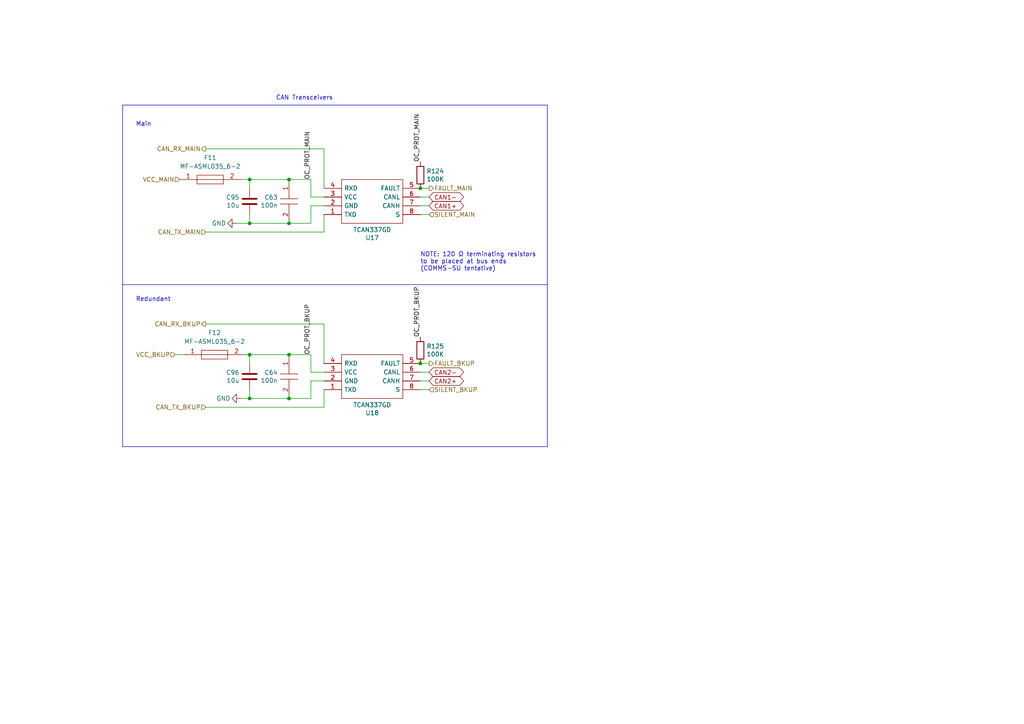
<source format=kicad_sch>
(kicad_sch (version 20231120) (generator "eeschema") (generator_version "8.0")
  (paper "A4")
  (lib_symbols
    (symbol "Device:C" (pin_numbers hide) (pin_names (offset 0.254))
      (property "Reference" "C" (at 0.635 2.54 0))
      (property "Value" "C" (at 0.635 -2.54 0))
      (symbol "C_0_1"
        (polyline (pts (xy -2.032 -0.762) (xy 2.032 -0.762)) (stroke (width 0.508)))
        (polyline (pts (xy -2.032 0.762) (xy 2.032 0.762)) (stroke (width 0.508)))
      )
      (symbol "C_1_1"
        (pin passive line (at 0 3.81 270) (length 2.794) (name "~") (number "1"))
        (pin passive line (at 0 -3.81 90) (length 2.794) (name "~") (number "2"))
      )
    )
    (symbol "Device:R" (pin_numbers hide) (pin_names (offset 0))
      (property "Reference" "R" (at 2.032 0 90))
      (property "Value" "R" (at 0 0 90))
      (symbol "R_0_1"
        (rectangle (start -1.016 -2.54) (end 1.016 2.54) (stroke (width 0.254)))
      )
      (symbol "R_1_1"
        (pin passive line (at 0 3.81 270) (length 1.27) (name "~") (number "1"))
        (pin passive line (at 0 -3.81 90) (length 1.27) (name "~") (number "2"))
      )
    )
    (symbol "MISC:MF-ASML035_6-2" (pin_names (offset 0.762))
      (property "Reference" "F" (at 13.97 6.35 0))
      (property "Value" "MF-ASML035_6-2" (at 13.97 3.81 0))
      (symbol "MF-ASML035_6-2_0_0"
        (pin passive line (at 0 0 0) (length 5.08) (name "~") (number "1"))
        (pin passive line (at 17.78 0 180) (length 5.08) (name "~") (number "2"))
      )
      (symbol "MF-ASML035_6-2_0_1"
        (polyline (pts (xy 5.08 0) (xy 12.7 0)) (stroke (width 0.1524)))
        (polyline (pts (xy 5.08 1.27) (xy 12.7 1.27) (xy 12.7 -1.27) (xy 5.08 -1.27) (xy 5.08 1.27)) (stroke (width 0.1524)))
      )
    )
    (symbol "MISC:TCAN337GD" (pin_names (offset 0.762))
      (property "Reference" "U" (at 24.13 7.62 0))
      (property "Value" "TCAN337GD" (at 24.13 5.08 0))
      (symbol "TCAN337GD_0_0"
        (pin passive line (at 0 0 0) (length 5.08) (name "TXD") (number "1"))
        (pin passive line (at 0 -2.54 0) (length 5.08) (name "GND") (number "2"))
        (pin passive line (at 0 -5.08 0) (length 5.08) (name "VCC") (number "3"))
        (pin passive line (at 0 -7.62 0) (length 5.08) (name "RXD") (number "4"))
        (pin passive line (at 27.94 -7.62 180) (length 5.08) (name "FAULT") (number "5"))
        (pin passive line (at 27.94 -5.08 180) (length 5.08) (name "CANL") (number "6"))
        (pin passive line (at 27.94 -2.54 180) (length 5.08) (name "CANH") (number "7"))
        (pin passive line (at 27.94 0 180) (length 5.08) (name "S") (number "8"))
      )
      (symbol "TCAN337GD_0_1"
        (polyline (pts (xy 5.08 2.54) (xy 22.86 2.54) (xy 22.86 -10.16) (xy 5.08 -10.16) (xy 5.08 2.54)) (stroke (width 0.1524)))
      )
    )
    (symbol "OBC_PASSIVE:GCM155R71H104KE02J" (pin_names (offset 0.762))
      (property "Reference" "C" (at 8.89 6.35 0))
      (property "Value" "GCM155R71H104KE02J" (at 8.89 3.81 0))
      (symbol "GCM155R71H104KE02J_0_0"
        (pin passive line (at 0 0 0) (length 5.08) (name "~") (number "1"))
        (pin passive line (at 12.7 0 180) (length 5.08) (name "~") (number "2"))
      )
      (symbol "GCM155R71H104KE02J_0_1"
        (polyline (pts (xy 5.08 0) (xy 5.588 0)) (stroke (width 0.1524)))
        (polyline (pts (xy 5.588 2.54) (xy 5.588 -2.54)) (stroke (width 0.1524)))
        (polyline (pts (xy 7.112 0) (xy 7.62 0)) (stroke (width 0.1524)))
        (polyline (pts (xy 7.112 2.54) (xy 7.112 -2.54)) (stroke (width 0.1524)))
      )
    )
    (symbol "power:GND" (power) (pin_names (offset 0))
      (property "Value" "GND" (at 0 -3.81 0))
      (symbol "GND_0_1"
        (polyline (pts (xy 0 0) (xy 0 -1.27) (xy 1.27 -1.27) (xy 0 -2.54) (xy -1.27 -1.27) (xy 0 -1.27)))
      )
      (symbol "GND_1_1"
        (pin power_in line (at 0 0 270) (length 0) hide (name "GND") (number "1"))
      )
    )
  )
  (junction (at 83.82 115.57))
  (junction (at 83.82 102.87))
  (junction (at 72.39 115.57))
  (junction (at 83.82 64.77))
  (junction (at 72.39 52.07))
  (junction (at 72.39 102.87))
  (junction (at 121.92 54.61))
  (junction (at 83.82 52.07))
  (junction (at 121.92 105.41))
  (junction (at 72.39 64.77))
  (wire (pts (xy 121.92 107.95) (xy 124.46 107.95)))
  (wire (pts (xy 121.92 59.69) (xy 124.46 59.69)))
  (wire (pts (xy 90.17 102.87) (xy 83.82 102.87)))
  (wire (pts (xy 93.98 43.18) (xy 93.98 54.61)))
  (wire (pts (xy 90.17 110.49) (xy 90.17 115.57)))
  (wire (pts (xy 69.85 52.07) (xy 72.39 52.07)))
  (wire (pts (xy 59.69 118.11) (xy 93.98 118.11)))
  (polyline (pts (xy 158.75 30.48) (xy 158.75 129.54)))
  (wire (pts (xy 93.98 93.98) (xy 93.98 105.41)))
  (wire (pts (xy 72.39 113.03) (xy 72.39 115.57)))
  (wire (pts (xy 124.46 62.23) (xy 121.92 62.23)))
  (wire (pts (xy 71.12 102.87) (xy 72.39 102.87)))
  (wire (pts (xy 59.69 93.98) (xy 93.98 93.98)))
  (wire (pts (xy 50.8 102.87) (xy 53.34 102.87)))
  (wire (pts (xy 72.39 62.23) (xy 72.39 64.77)))
  (wire (pts (xy 93.98 59.69) (xy 90.17 59.69)))
  (wire (pts (xy 124.46 113.03) (xy 121.92 113.03)))
  (wire (pts (xy 90.17 64.77) (xy 83.82 64.77)))
  (wire (pts (xy 121.92 110.49) (xy 124.46 110.49)))
  (wire (pts (xy 93.98 107.95) (xy 90.17 107.95)))
  (wire (pts (xy 72.39 102.87) (xy 72.39 105.41)))
  (wire (pts (xy 59.69 43.18) (xy 93.98 43.18)))
  (wire (pts (xy 93.98 57.15) (xy 90.17 57.15)))
  (polyline (pts (xy 35.56 30.48) (xy 158.75 30.48)))
  (polyline (pts (xy 35.56 82.55) (xy 158.75 82.55)))
  (wire (pts (xy 124.46 105.41) (xy 121.92 105.41)))
  (wire (pts (xy 90.17 107.95) (xy 90.17 102.87)))
  (polyline (pts (xy 158.75 129.54) (xy 35.56 129.54)))
  (wire (pts (xy 90.17 115.57) (xy 83.82 115.57)))
  (wire (pts (xy 72.39 52.07) (xy 72.39 54.61)))
  (wire (pts (xy 72.39 115.57) (xy 69.85 115.57)))
  (wire (pts (xy 83.82 64.77) (xy 72.39 64.77)))
  (wire (pts (xy 83.82 115.57) (xy 72.39 115.57)))
  (wire (pts (xy 72.39 52.07) (xy 83.82 52.07)))
  (polyline (pts (xy 35.56 30.48) (xy 35.56 129.54)))
  (wire (pts (xy 90.17 59.69) (xy 90.17 64.77)))
  (wire (pts (xy 90.17 57.15) (xy 90.17 52.07)))
  (wire (pts (xy 72.39 102.87) (xy 83.82 102.87)))
  (wire (pts (xy 93.98 118.11) (xy 93.98 113.03)))
  (wire (pts (xy 121.92 57.15) (xy 124.46 57.15)))
  (wire (pts (xy 72.39 64.77) (xy 68.58 64.77)))
  (wire (pts (xy 124.46 54.61) (xy 121.92 54.61)))
  (wire (pts (xy 90.17 52.07) (xy 83.82 52.07)))
  (wire (pts (xy 93.98 67.31) (xy 93.98 62.23)))
  (wire (pts (xy 93.98 110.49) (xy 90.17 110.49)))
  (wire (pts (xy 59.69 67.31) (xy 93.98 67.31)))
  (text "Redundant" (at 39.37 87.63 0) (effects (font (size 1.27 1.27)) (justify left bottom)))
  (text "NOTE: 120 Ω terminating resistors\nto be placed at bus ends\n(COMMS-SU tentative)" (at 121.92 78.74 0) (effects (font (size 1.27 1.27)) (justify left bottom)))
  (text "Main" (at 39.37 36.83 0) (effects (font (size 1.27 1.27)) (justify left bottom)))
  (text "CAN Transceivers" (at 80.01 29.21 0) (effects (font (size 1.27 1.27)) (justify left bottom)))
  (label "OC_PROT_MAIN" (at 90.17 52.07 90))
  (label "OC_PROT_BKUP" (at 121.92 97.79 90))
  (label "OC_PROT_BKUP" (at 90.17 102.87 90))
  (label "OC_PROT_MAIN" (at 121.92 46.99 90))
  (global_label "CAN1-" (shape bidirectional) (at 124.46 57.15 0) (property "Intersheetrefs" "${INTERSHEET_REFS}" (effects (hide yes))))
  (global_label "CAN2-" (shape bidirectional) (at 124.46 107.95 0) (property "Intersheetrefs" "${INTERSHEET_REFS}" (effects (hide yes))))
  (global_label "CAN1+" (shape bidirectional) (at 124.46 59.69 0) (property "Intersheetrefs" "${INTERSHEET_REFS}" (effects (hide yes))))
  (global_label "CAN2+" (shape bidirectional) (at 124.46 110.49 0) (property "Intersheetrefs" "${INTERSHEET_REFS}" (effects (hide yes))))
  (hierarchical_label "SILENT_MAIN" (shape input) (at 124.46 62.23 0))
  (hierarchical_label "CAN_TX_MAIN" (shape input) (at 59.69 67.31 180))
  (hierarchical_label "VCC_MAIN" (shape input) (at 52.07 52.07 180))
  (hierarchical_label "VCC_BKUP" (shape input) (at 50.8 102.87 180))
  (hierarchical_label "CAN_RX_MAIN" (shape output) (at 59.69 43.18 180))
  (hierarchical_label "FAULT_BKUP" (shape output) (at 124.46 105.41 0))
  (hierarchical_label "CAN_RX_BKUP" (shape output) (at 59.69 93.98 180))
  (hierarchical_label "SILENT_BKUP" (shape input) (at 124.46 113.03 0))
  (hierarchical_label "FAULT_MAIN" (shape output) (at 124.46 54.61 0))
  (hierarchical_label "CAN_TX_BKUP" (shape input) (at 59.69 118.11 180))
  (symbol (lib_id "MISC:MF-ASML035_6-2") (at 52.07 52.07 0) (unit 1)
    (property "Reference" "F11" (at 60.96 45.72 0))
    (property "Value" "MF-ASML035_6-2" (at 60.96 48.26 0))
    (property "Footprint" "MISC:MF-ASML035_6-2" (effects (hide yes)))
    (property "Datasheet" "https://componentsearchengine.com/Datasheets/2/MF-ASML035_6-2.pdf" (effects (hide yes)))
    (property "Description" "Resettable Fuses - PPTC 3.3K  OHM  .5%" (effects (hide yes)))
    (property "Height" "0.6" (effects (hide yes)))
    (property "Mouser Part Number" "652-MF-ASML035/6-2" (effects (hide yes)))
    (property "Mouser Price/Stock" "https://www.mouser.co.uk/ProductDetail/Bourns/MF-ASML035-6-2?qs=mAH9sUMRCtug7KIM9%2Fa3qA%3D%3D" (effects (hide yes)))
    (property "Manufacturer_Name" "Bourns" (effects (hide yes)))
    (property "Manufacturer_Part_Number" "MF-ASML035/6-2" (effects (hide yes)))
  )
  (symbol (lib_id "power:GND") (at 68.58 64.77 270) (mirror x) (unit 1)
    (property "Reference" "#PWR0190" (effects (hide yes)))
    (property "Value" "GND" (at 63.5 64.77 90))
  )
  (symbol (lib_id "OBC_PASSIVE:GCM155R71H104KE02J") (at 83.82 102.87 90) (mirror x) (unit 1)
    (property "Reference" "C64" (at 80.5688 108.0516 90) (effects (justify left)))
    (property "Value" "100n" (at 80.5688 110.363 90) (effects (justify left)))
    (property "Footprint" "Capacitor_SMD:C_0402_1005Metric" (effects (hide yes)))
    (property "Datasheet" "https://psearch.en.murata.com/capacitor/product/GCM155R71H104KE02%23.html" (effects (hide yes)))
    (property "Description" "Capacitor GCM15 L=1.0mm W=0.5mm T=0.5mm" (effects (hide yes)))
    (property "Height" "0.55" (effects (hide yes)))
    (property "Mouser Part Number" "81-GCM155R71H104KE2J" (effects (hide yes)))
    (property "Mouser Price/Stock" "https://www.mouser.co.uk/ProductDetail/Murata-Electronics/GCM155R71H104KE02J?qs=hNud%2FORuBR1wlwGPFWBVDg%3D%3D" (effects (hide yes)))
    (property "Manufacturer_Name" "Murata Electronics" (effects (hide yes)))
    (property "Manufacturer_Part_Number" "GCM155R71H104KE02J" (effects (hide yes)))
  )
  (symbol (lib_id "Device:C") (at 72.39 58.42 0) (mirror y) (unit 1)
    (property "Reference" "C95" (at 69.469 57.2516 0) (effects (justify left)))
    (property "Value" "10u" (at 69.469 59.563 0) (effects (justify left)))
    (property "Footprint" "Capacitor_SMD:C_0603_1608Metric" (effects (hide yes)))
  )
  (symbol (lib_id "OBC_PASSIVE:GCM155R71H104KE02J") (at 83.82 52.07 90) (mirror x) (unit 1)
    (property "Reference" "C63" (at 80.5688 57.2516 90) (effects (justify left)))
    (property "Value" "100n" (at 80.5688 59.563 90) (effects (justify left)))
    (property "Footprint" "Capacitor_SMD:C_0402_1005Metric" (effects (hide yes)))
    (property "Datasheet" "https://psearch.en.murata.com/capacitor/product/GCM155R71H104KE02%23.html" (effects (hide yes)))
    (property "Description" "Capacitor GCM15 L=1.0mm W=0.5mm T=0.5mm" (effects (hide yes)))
    (property "Height" "0.55" (effects (hide yes)))
    (property "Mouser Part Number" "81-GCM155R71H104KE2J" (effects (hide yes)))
    (property "Mouser Price/Stock" "https://www.mouser.co.uk/ProductDetail/Murata-Electronics/GCM155R71H104KE02J?qs=hNud%2FORuBR1wlwGPFWBVDg%3D%3D" (effects (hide yes)))
    (property "Manufacturer_Name" "Murata Electronics" (effects (hide yes)))
    (property "Manufacturer_Part_Number" "GCM155R71H104KE02J" (effects (hide yes)))
  )
  (symbol (lib_id "Device:C") (at 72.39 109.22 0) (mirror y) (unit 1)
    (property "Reference" "C96" (at 69.469 108.0516 0) (effects (justify left)))
    (property "Value" "10u" (at 69.469 110.363 0) (effects (justify left)))
    (property "Footprint" "Capacitor_SMD:C_0603_1608Metric" (effects (hide yes)))
  )
  (symbol (lib_id "MISC:TCAN337GD") (at 93.98 62.23 0) (mirror x) (unit 1)
    (property "Reference" "U17" (at 107.95 68.961 0))
    (property "Value" "TCAN337GD" (at 107.95 66.6496 0))
    (property "Footprint" "MISC:TCAN337GDR" (effects (hide yes)))
    (property "Datasheet" "https://www.arrow.com/en/products/tcan337gd/texas-instruments" (effects (hide yes)))
    (property "Description" "CAN Interface IC" (effects (hide yes)))
    (property "Height" "1.75" (effects (hide yes)))
    (property "Mouser Part Number" "595-TCAN337GD" (effects (hide yes)))
    (property "Mouser Price/Stock" "https://www.mouser.com/Search/Refine.aspx?Keyword=595-TCAN337GD" (effects (hide yes)))
    (property "Manufacturer_Name" "Texas Instruments" (effects (hide yes)))
    (property "Manufacturer_Part_Number" "TCAN337GD" (effects (hide yes)))
  )
  (symbol (lib_id "MISC:TCAN337GD") (at 93.98 113.03 0) (mirror x) (unit 1)
    (property "Reference" "U18" (at 107.95 119.761 0))
    (property "Value" "TCAN337GD" (at 107.95 117.4496 0))
    (property "Footprint" "MISC:TCAN337GDR" (effects (hide yes)))
    (property "Datasheet" "https://www.arrow.com/en/products/tcan337gd/texas-instruments" (effects (hide yes)))
    (property "Description" "CAN Interface IC" (effects (hide yes)))
    (property "Height" "1.75" (effects (hide yes)))
    (property "Mouser Part Number" "595-TCAN337GD" (effects (hide yes)))
    (property "Mouser Price/Stock" "https://www.mouser.com/Search/Refine.aspx?Keyword=595-TCAN337GD" (effects (hide yes)))
    (property "Manufacturer_Name" "Texas Instruments" (effects (hide yes)))
    (property "Manufacturer_Part_Number" "TCAN337GD" (effects (hide yes)))
  )
  (symbol (lib_id "Device:R") (at 121.92 101.6 0) (unit 1)
    (property "Reference" "R125" (at 123.698 100.4316 0) (effects (justify left)))
    (property "Value" "100K" (at 123.698 102.743 0) (effects (justify left)))
    (property "Footprint" "Resistor_SMD:R_0402_1005Metric" (effects (hide yes)))
  )
  (symbol (lib_id "power:GND") (at 69.85 115.57 270) (mirror x) (unit 1)
    (property "Reference" "#PWR0191" (effects (hide yes)))
    (property "Value" "GND" (at 64.77 115.57 90))
  )
  (symbol (lib_id "MISC:MF-ASML035_6-2") (at 53.34 102.87 0) (unit 1)
    (property "Reference" "F12" (at 62.23 96.52 0))
    (property "Value" "MF-ASML035_6-2" (at 62.23 99.06 0))
    (property "Footprint" "MISC:MF-ASML035_6-2" (effects (hide yes)))
    (property "Datasheet" "https://componentsearchengine.com/Datasheets/2/MF-ASML035_6-2.pdf" (effects (hide yes)))
    (property "Description" "Resettable Fuses - PPTC 3.3K  OHM  .5%" (effects (hide yes)))
    (property "Height" "0.6" (effects (hide yes)))
    (property "Mouser Part Number" "652-MF-ASML035/6-2" (effects (hide yes)))
    (property "Mouser Price/Stock" "https://www.mouser.co.uk/ProductDetail/Bourns/MF-ASML035-6-2?qs=mAH9sUMRCtug7KIM9%2Fa3qA%3D%3D" (effects (hide yes)))
    (property "Manufacturer_Name" "Bourns" (effects (hide yes)))
    (property "Manufacturer_Part_Number" "MF-ASML035/6-2" (effects (hide yes)))
  )
  (symbol (lib_id "Device:R") (at 121.92 50.8 0) (unit 1)
    (property "Reference" "R124" (at 123.698 49.6316 0) (effects (justify left)))
    (property "Value" "100K" (at 123.698 51.943 0) (effects (justify left)))
    (property "Footprint" "Resistor_SMD:R_0402_1005Metric" (effects (hide yes)))
  )
)
</source>
